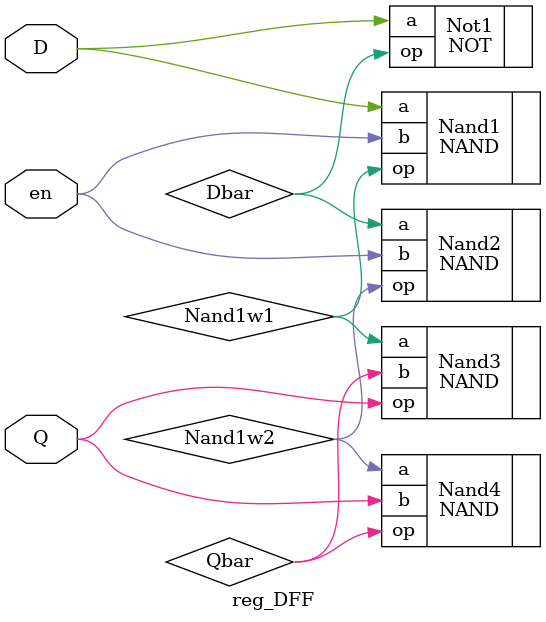
<source format=v>
`timescale 1ns / 1ps


module reg_DFF(
    input D,
    input en,
    inout Q
    );
    wire Nand1w1,Dbar,Nand1w2,Qbar;
    NOT Not1(.a(D), .op(Dbar) );
     NAND Nand1(.a(D), .b(en), .op(Nand1w1));
     NAND Nand2(.a(Dbar), .b(en), .op(Nand1w2));
     NAND Nand3(.a(Nand1w1), .b(Qbar), .op(Q));
     NAND Nand4(.a(Nand1w2), .b(Q), .op(Qbar));   
endmodule

</source>
